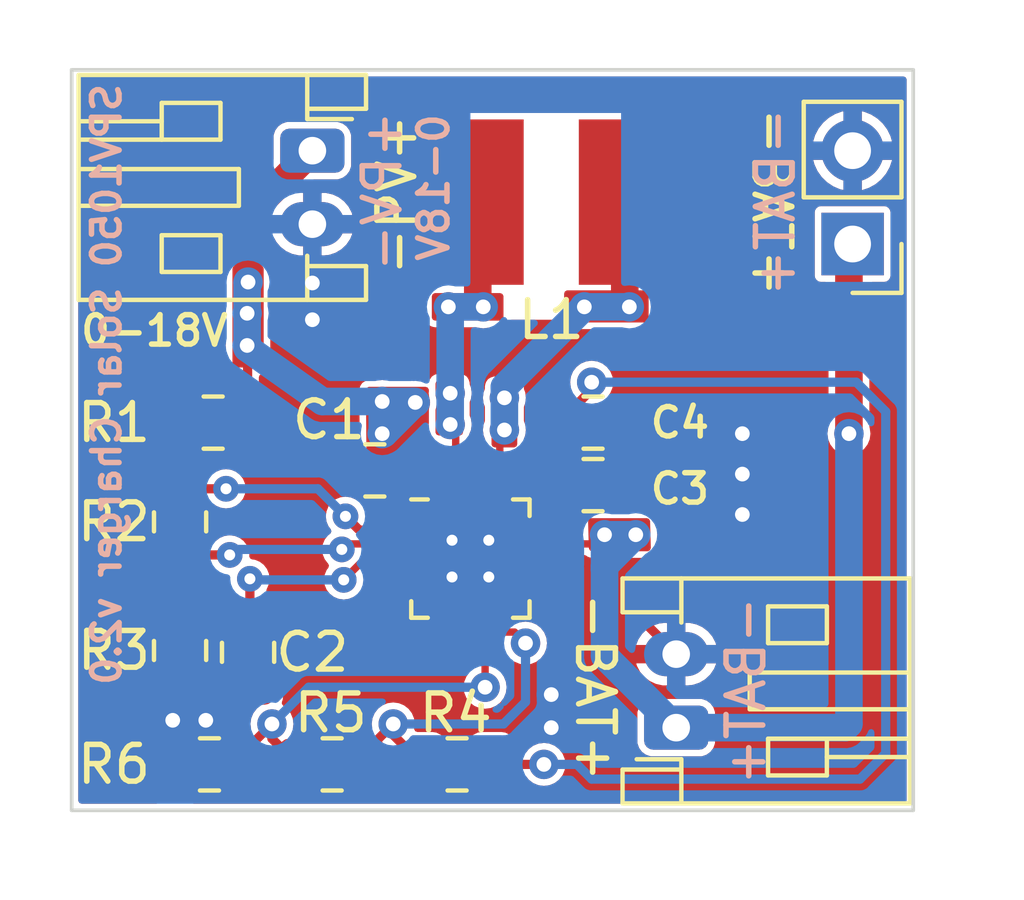
<source format=kicad_pcb>
(kicad_pcb (version 20211014) (generator pcbnew)
  (layers (0 "F.Cu" signal) (31 "B.Cu" signal) (34 "B.Paste" user) (35 "F.Paste" user) (36 "B.SilkS" user "B.Silkscreen") (37 "F.SilkS" user "F.Silkscreen") (38 "B.Mask" user) (39 "F.Mask" user) (44 "Edge.Cuts" user))
  (net 0 "")
  (net 1 "GND")
  (net 2 "/V_PV")
  (net 3 "Net-(C2-Pad1)")
  (net 4 "Net-(C3-Pad1)")
  (net 5 "/BAT")
  (net 6 "Net-(L1-Pad1)")
  (net 7 "Net-(L1-Pad2)")
  (net 8 "Net-(R1-Pad2)")
  (net 9 "Net-(R2-Pad2)")
  (net 10 "Net-(R4-Pad2)")
  (net 11 "Net-(R5-Pad2)")
  (net 12 "Net-(U1-Pad12)")
  (net 13 "Net-(U1-Pad11)")
  (net 14 "Net-(U1-Pad8)")
  (net 15 "Net-(U1-Pad7)")
  (footprint "Capacitor_SMD:C_0805_2012Metric" (layer "F.Cu") (at 123.2 88.3 180)
    (fp_text reference "C1" (at 1.25 1.375) (layer "F.SilkS"))
    (fp_text value "4.7uF")
    (fp_line (start -0.258578 0.71) (end 0.258578 0.71) (layer "F.SilkS") (width 0.12))
    (fp_line (start -0.258578 -0.71) (end 0.258578 -0.71) (layer "F.SilkS") (width 0.12))
    (pad "1" smd roundrect locked (at -0.9375 0 180) (size 0.975 1.4) (layers "F.Cu" "F.Paste" "F.Mask") (net 2 "/V_PV"))
    (pad "2" smd roundrect locked (at 0.9375 0 180) (size 0.975 1.4) (layers "F.Cu" "F.Paste" "F.Mask") (net 1 "GND"))
  )
  (footprint "Capacitor_SMD:C_0805_2012Metric" (layer "F.Cu") (at 119.75 93.25 -90)
    (fp_text reference "C2" (at 0 -1.75 180) (layer "F.SilkS"))
    (fp_text value "10nF")
    (fp_line (start -0.258578 -0.71) (end 0.258578 -0.71) (layer "F.SilkS") (width 0.12))
    (fp_line (start -0.258578 0.71) (end 0.258578 0.71) (layer "F.SilkS") (width 0.12))
    (pad "1" smd roundrect locked (at -0.9375 0 270) (size 0.975 1.4) (layers "F.Cu" "F.Paste" "F.Mask") (net 3 "Net-(C2-Pad1)"))
    (pad "2" smd roundrect locked (at 0.9375 0 270) (size 0.975 1.4) (layers "F.Cu" "F.Paste" "F.Mask") (net 1 "GND"))
  )
  (footprint "Capacitor_SMD:C_0805_2012Metric" (layer "F.Cu") (at 129.1375 87)
    (fp_text reference "C4" (at 2.3625 0 180) (layer "F.SilkS") (effects (font (size 0.8 0.8))))
    (fp_text value "47uF")
    (fp_line (start -0.258578 -0.71) (end 0.258578 -0.71) (layer "F.SilkS") (width 0.12))
    (fp_line (start -0.258578 0.71) (end 0.258578 0.71) (layer "F.SilkS") (width 0.12))
    (pad "1" smd roundrect locked (at -0.9375 0) (size 0.975 1.4) (layers "F.Cu" "F.Paste" "F.Mask") (net 4 "Net-(C3-Pad1)"))
    (pad "2" smd roundrect locked (at 0.9375 0) (size 0.975 1.4) (layers "F.Cu" "F.Paste" "F.Mask") (net 1 "GND"))
  )
  (footprint "Connector_JST:JST_PH_S2B-PH-K_1x02_P2.00mm_Horizontal" (layer "F.Cu") (at 131.4 95.3 90)
    (fp_text reference "J2" hide)
    (fp_text value "Conn_01x02")
    (fp_line (start 3.14 0.14) (end 2.86 0.14) (layer "F.SilkS") (width 0.12))
    (fp_line (start -0.86 0.14) (end -0.86 -1.075) (layer "F.SilkS") (width 0.12))
    (fp_line (start -0.3 4.1) (end -0.3 2.5) (layer "F.SilkS") (width 0.12))
    (fp_line (start 4.06 0.14) (end 3.14 0.14) (layer "F.SilkS") (width 0.12))
    (fp_line (start -0.8 4.1) (end -0.8 6.36) (layer "F.SilkS") (width 0.12))
    (fp_line (start -2.06 -1.46) (end -2.06 6.36) (layer "F.SilkS") (width 0.12))
    (fp_line (start -2.06 0.14) (end -1.14 0.14) (layer "F.SilkS") (width 0.12))
    (fp_line (start -1.3 4.1) (end -0.3 4.1) (layer "F.SilkS") (width 0.12))
    (fp_line (start -2.06 6.36) (end 4.06 6.36) (layer "F.SilkS") (width 0.12))
    (fp_line (start -0.86 0.14) (end -1.14 0.14) (layer "F.SilkS") (width 0.12))
    (fp_line (start 2.3 4.1) (end 2.3 2.5) (layer "F.SilkS") (width 0.12))
    (fp_line (start 2.3 2.5) (end 3.3 2.5) (layer "F.SilkS") (width 0.12))
    (fp_line (start -0.3 2.5) (end -1.3 2.5) (layer "F.SilkS") (width 0.12))
    (fp_line (start 3.3 4.1) (end 2.3 4.1) (layer "F.SilkS") (width 0.12))
    (fp_line (start 3.14 -1.46) (end 3.14 0.14) (layer "F.SilkS") (width 0.12))
    (fp_line (start -1.14 0.14) (end -1.14 -1.46) (layer "F.SilkS") (width 0.12))
    (fp_line (start 3.3 2.5) (end 3.3 4.1) (layer "F.SilkS") (width 0.12))
    (fp_line (start 0.5 6.36) (end 0.5 2) (layer "F.SilkS") (width 0.12))
    (fp_line (start 0.5 2) (end 1.5 2) (layer "F.SilkS") (width 0.12))
    (fp_line (start -1.14 -1.46) (end -2.06 -1.46) (layer "F.SilkS") (width 0.12))
    (fp_line (start 1.5 2) (end 1.5 6.36) (layer "F.SilkS") (width 0.12))
    (fp_line (start 4.06 6.36) (end 4.06 -1.46) (layer "F.SilkS") (width 0.12))
    (fp_line (start -1.3 2.5) (end -1.3 4.1) (layer "F.SilkS") (width 0.12))
    (fp_line (start 4.06 -1.46) (end 3.14 -1.46) (layer "F.SilkS") (width 0.12))
    (fp_line (start -0.3 4.1) (end -0.3 6.36) (layer "F.SilkS") (width 0.12))
    (pad "1" thru_hole roundrect locked (at 0 0 90) (size 1.2 1.75) (drill 0.75) (layers *.Cu *.Mask) (roundrect_rratio 0.208333) (net 5 "/BAT"))
    (pad "2" thru_hole oval locked (at 2 0 90) (size 1.2 1.75) (drill 0.75) (layers *.Cu *.Mask) (net 1 "GND"))
  )
  (footprint "jouni:CD43" (layer "F.Cu") (at 128 81 90)
    (fp_text reference "L1" (at -3.2 0 180) (layer "F.SilkS"))
    (fp_text value "22uH")
    (pad "1" smd rect locked (at 0 -2 90) (size 4.5 2.5) (layers "F.Cu" "F.Paste" "F.Mask") (net 6 "Net-(L1-Pad1)"))
    (pad "2" smd rect locked (at 0 2 90) (size 4.5 2.5) (layers "F.Cu" "F.Paste" "F.Mask") (net 7 "Net-(L1-Pad2)"))
  )
  (footprint "Resistor_SMD:R_0805_2012Metric" (layer "F.Cu") (at 118.8 87 180)
    (fp_text reference "R1" (at 2.7 0) (layer "F.SilkS"))
    (fp_text value "10M")
    (fp_line (start -0.258578 0.71) (end 0.258578 0.71) (layer "F.SilkS") (width 0.12))
    (fp_line (start -0.258578 -0.71) (end 0.258578 -0.71) (layer "F.SilkS") (width 0.12))
    (pad "1" smd roundrect locked (at -0.9375 0 180) (size 0.975 1.4) (layers "F.Cu" "F.Paste" "F.Mask") (net 2 "/V_PV"))
    (pad "2" smd roundrect locked (at 0.9375 0 180) (size 0.975 1.4) (layers "F.Cu" "F.Paste" "F.Mask") (net 8 "Net-(R1-Pad2)"))
  )
  (footprint "Resistor_SMD:R_0805_2012Metric" (layer "F.Cu") (at 117.9 89.7 -90)
    (fp_text reference "R2" (at 0 1.8 180) (layer "F.SilkS"))
    (fp_text value "910k")
    (fp_line (start -0.258578 0.71) (end 0.258578 0.71) (layer "F.SilkS") (width 0.12))
    (fp_line (start -0.258578 -0.71) (end 0.258578 -0.71) (layer "F.SilkS") (width 0.12))
    (pad "1" smd roundrect locked (at -0.9375 0 270) (size 0.975 1.4) (layers "F.Cu" "F.Paste" "F.Mask") (net 8 "Net-(R1-Pad2)"))
    (pad "2" smd roundrect locked (at 0.9375 0 270) (size 0.975 1.4) (layers "F.Cu" "F.Paste" "F.Mask") (net 9 "Net-(R2-Pad2)"))
  )
  (footprint "Resistor_SMD:R_0805_2012Metric" (layer "F.Cu") (at 117.9 93.2 -90)
    (fp_text reference "R3" (at 0 1.8 180) (layer "F.SilkS"))
    (fp_text value "5M6")
    (fp_line (start -0.258578 -0.71) (end 0.258578 -0.71) (layer "F.SilkS") (width 0.12))
    (fp_line (start -0.258578 0.71) (end 0.258578 0.71) (layer "F.SilkS") (width 0.12))
    (pad "1" smd roundrect locked (at -0.9375 0 270) (size 0.975 1.4) (layers "F.Cu" "F.Paste" "F.Mask") (net 9 "Net-(R2-Pad2)"))
    (pad "2" smd roundrect locked (at 0.9375 0 270) (size 0.975 1.4) (layers "F.Cu" "F.Paste" "F.Mask") (net 1 "GND"))
  )
  (footprint "Resistor_SMD:R_0805_2012Metric" (layer "F.Cu") (at 125.4375 96.3 180)
    (fp_text reference "R4" (at 0.0375 1.4) (layer "F.SilkS"))
    (fp_text value "6M8")
    (fp_line (start -0.258578 -0.71) (end 0.258578 -0.71) (layer "F.SilkS") (width 0.12))
    (fp_line (start -0.258578 0.71) (end 0.258578 0.71) (layer "F.SilkS") (width 0.12))
    (pad "1" smd roundrect locked (at -0.9375 0 180) (size 0.975 1.4) (layers "F.Cu" "F.Paste" "F.Mask") (net 4 "Net-(C3-Pad1)"))
    (pad "2" smd roundrect locked (at 0.9375 0 180) (size 0.975 1.4) (layers "F.Cu" "F.Paste" "F.Mask") (net 10 "Net-(R4-Pad2)"))
  )
  (footprint "Resistor_SMD:R_0805_2012Metric" (layer "F.Cu") (at 122.0375 96.3 180)
    (fp_text reference "R5" (at 0.0375 1.4) (layer "F.SilkS"))
    (fp_text value "510k")
    (fp_line (start -0.258578 -0.71) (end 0.258578 -0.71) (layer "F.SilkS") (width 0.12))
    (fp_line (start -0.258578 0.71) (end 0.258578 0.71) (layer "F.SilkS") (width 0.12))
    (pad "1" smd roundrect locked (at -0.9375 0 180) (size 0.975 1.4) (layers "F.Cu" "F.Paste" "F.Mask") (net 10 "Net-(R4-Pad2)"))
    (pad "2" smd roundrect locked (at 0.9375 0 180) (size 0.975 1.4) (layers "F.Cu" "F.Paste" "F.Mask") (net 11 "Net-(R5-Pad2)"))
  )
  (footprint "Resistor_SMD:R_0805_2012Metric" (layer "F.Cu") (at 118.7 96.3 180)
    (fp_text reference "R6" (at 2.6 0) (layer "F.SilkS"))
    (fp_text value "3M")
    (fp_line (start -0.258578 0.71) (end 0.258578 0.71) (layer "F.SilkS") (width 0.12))
    (fp_line (start -0.258578 -0.71) (end 0.258578 -0.71) (layer "F.SilkS") (width 0.12))
    (pad "1" smd roundrect locked (at -0.9375 0 180) (size 0.975 1.4) (layers "F.Cu" "F.Paste" "F.Mask") (net 11 "Net-(R5-Pad2)"))
    (pad "2" smd roundrect locked (at 0.9375 0 180) (size 0.975 1.4) (layers "F.Cu" "F.Paste" "F.Mask") (net 1 "GND"))
  )
  (footprint "Connector_JST:JST_PH_S2B-PH-K_1x02_P2.00mm_Horizontal" (layer "F.Cu") (at 121.5 79.6 -90)
    (fp_text reference "J1" hide)
    (fp_text value "Conn_01x02")
    (fp_line (start -1.3 4.1) (end -0.3 4.1) (layer "F.SilkS") (width 0.12))
    (fp_line (start -0.3 2.5) (end -1.3 2.5) (layer "F.SilkS") (width 0.12))
    (fp_line (start -1.14 -1.46) (end -2.06 -1.46) (layer "F.SilkS") (width 0.12))
    (fp_line (start -2.06 -1.46) (end -2.06 6.36) (layer "F.SilkS") (width 0.12))
    (fp_line (start -0.8 4.1) (end -0.8 6.36) (layer "F.SilkS") (width 0.12))
    (fp_line (start 4.06 0.14) (end 3.14 0.14) (layer "F.SilkS") (width 0.12))
    (fp_line (start 3.3 4.1) (end 2.3 4.1) (layer "F.SilkS") (width 0.12))
    (fp_line (start 1.5 2) (end 1.5 6.36) (layer "F.SilkS") (width 0.12))
    (fp_line (start 2.3 2.5) (end 3.3 2.5) (layer "F.SilkS") (width 0.12))
    (fp_line (start -0.3 4.1) (end -0.3 6.36) (layer "F.SilkS") (width 0.12))
    (fp_line (start -0.3 4.1) (end -0.3 2.5) (layer "F.SilkS") (width 0.12))
    (fp_line (start -2.06 0.14) (end -1.14 0.14) (layer "F.SilkS") (width 0.12))
    (fp_line (start 2.3 4.1) (end 2.3 2.5) (layer "F.SilkS") (width 0.12))
    (fp_line (start -1.3 2.5) (end -1.3 4.1) (layer "F.SilkS") (width 0.12))
    (fp_line (start -0.86 0.14) (end -0.86 -1.075) (layer "F.SilkS") (width 0.12))
    (fp_line (start 3.3 2.5) (end 3.3 4.1) (layer "F.SilkS") (width 0.12))
    (fp_line (start 4.06 -1.46) (end 3.14 -1.46) (layer "F.SilkS") (width 0.12))
    (fp_line (start 0.5 6.36) (end 0.5 2) (layer "F.SilkS") (width 0.12))
    (fp_line (start -0.86 0.14) (end -1.14 0.14) (layer "F.SilkS") (width 0.12))
    (fp_line (start 4.06 6.36) (end 4.06 -1.46) (layer "F.SilkS") (width 0.12))
    (fp_line (start -2.06 6.36) (end 4.06 6.36) (layer "F.SilkS") (width 0.12))
    (fp_line (start -1.14 0.14) (end -1.14 -1.46) (layer "F.SilkS") (width 0.12))
    (fp_line (start 3.14 -1.46) (end 3.14 0.14) (layer "F.SilkS") (width 0.12))
    (fp_line (start 0.5 2) (end 1.5 2) (layer "F.SilkS") (width 0.12))
    (fp_line (start 3.14 0.14) (end 2.86 0.14) (layer "F.SilkS") (width 0.12))
    (pad "1" thru_hole roundrect locked (at 0 0 270) (size 1.2 1.75) (drill 0.75) (layers *.Cu *.Mask) (roundrect_rratio 0.208333) (net 2 "/V_PV"))
    (pad "2" thru_hole oval locked (at 2 0 270) (size 1.2 1.75) (drill 0.75) (layers *.Cu *.Mask) (net 1 "GND"))
  )
  (footprint "jouni:UQFN-20-1EP_3x3mm_P0.4mm_EP1.85x1.85mm_handsolder" (layer "F.Cu") (at 125.8 90.7)
    (fp_text reference "U1" hide)
    (fp_text value "SPV1050")
    (fp_line (start -1.16 1.61) (end -1.61 1.61) (layer "F.SilkS") (width 0.12))
    (fp_line (start -1.16 -1.61) (end -1.61 -1.61) (layer "F.SilkS") (width 0.12))
    (fp_line (start -1.61 1.61) (end -1.61 1.16) (layer "F.SilkS") (width 0.12))
    (fp_line (start 1.61 -1.61) (end 1.61 -1.16) (layer "F.SilkS") (width 0.12))
    (fp_line (start 1.61 1.61) (end 1.61 1.16) (layer "F.SilkS") (width 0.12))
    (fp_line (start 1.16 1.61) (end 1.61 1.61) (layer "F.SilkS") (width 0.12))
    (fp_line (start 1.16 -1.61) (end 1.61 -1.61) (layer "F.SilkS") (width 0.12))
    (pad "1" smd roundrect locked (at -2 -0.8) (size 1.725 0.2) (layers "F.Cu" "F.Paste" "F.Mask") (net 8 "Net-(R1-Pad2)"))
    (pad "2" smd roundrect locked (at -2 -0.4) (size 1.725 0.2) (layers "F.Cu" "F.Paste" "F.Mask") (net 9 "Net-(R2-Pad2)"))
    (pad "3" smd roundrect locked (at -2 0) (size 1.725 0.2) (layers "F.Cu" "F.Paste" "F.Mask") (net 3 "Net-(C2-Pad1)"))
    (pad "4" smd roundrect locked (at -2 0.4) (size 1.725 0.2) (layers "F.Cu" "F.Paste" "F.Mask") (net 1 "GND"))
    (pad "5" smd roundrect locked (at -2 0.8) (size 1.725 0.2) (layers "F.Cu" "F.Paste" "F.Mask") (net 1 "GND"))
    (pad "6" smd roundrect locked (at -0.8 2) (size 0.2 1.725) (layers "F.Cu" "F.Paste" "F.Mask") (net 1 "GND"))
    (pad "7" smd roundrect locked (at -0.4 2) (size 0.2 1.725) (layers "F.Cu" "F.Paste" "F.Mask") (net 15 "Net-(U1-Pad7)"))
    (pad "8" smd roundrect locked (at 0 2) (size 0.2 1.725) (layers "F.Cu" "F.Paste" "F.Mask") (net 14 "Net-(U1-Pad8)"))
    (pad "9" smd roundrect locked (at 0.4 2) (size 0.2 1.725) (layers "F.Cu" "F.Paste" "F.Mask") (net 11 "Net-(R5-Pad2)"))
    (pad "10" smd roundrect locked (at 0.8 2) (size 0.2 1.725) (layers "F.Cu" "F.Paste" "F.Mask") (net 10 "Net-(R4-Pad2)"))
    (pad "11" smd roundrect locked (at 2 0.8) (size 1.725 0.2) (layers "F.Cu" "F.Paste" "F.Mask") (net 13 "Net-(U1-Pad11)"))
    (pad "12" smd roundrect locked (at 2 0.4) (size 1.725 0.2) (layers "F.Cu" "F.Paste" "F.Mask") (net 12 "Net-(U1-Pad12)"))
    (pad "13" smd roundrect locked (at 2 0) (size 1.725 0.2) (layers "F.Cu" "F.Paste" "F.Mask") (net 1 "GND"))
    (pad "14" smd roundrect locked (at 2 -0.4) (size 1.725 0.2) (layers "F.Cu" "F.Paste" "F.Mask") (net 5 "/BAT"))
    (pad "15" smd roundrect locked (at 2 -0.8) (size 1.725 0.2) (layers "F.Cu" "F.Paste" "F.Mask") (net 4 "Net-(C3-Pad1)"))
    (pad "16" smd roundrect locked (at 0.8 -2) (size 0.2 1.725) (layers "F.Cu" "F.Paste" "F.Mask") (net 7 "Net-(L1-Pad2)"))
    (pad "17" smd roundrect locked (at 0.4 -2) (size 0.2 1.725) (layers "F.Cu" "F.Paste" "F.Mask") (net 1 "GND"))
    (pad "18" smd roundrect locked (at 0 -2) (size 0.2 1.725) (layers "F.Cu" "F.Paste" "F.Mask") (net 1 "GND"))
    (pad "19" smd roundrect locked (at -0.4 -2) (size 0.2 1.725) (layers "F.Cu" "F.Paste" "F.Mask") (net 6 "Net-(L1-Pad1)"))
    (pad "20" smd roundrect locked (at -0.8 -2) (size 0.2 1.725) (layers "F.Cu" "F.Paste" "F.Mask") (net 2 "/V_PV"))
    (pad "21" smd rect locked (at 0 0) (size 1.85 1.85) (layers "F.Cu" "F.Mask") (net 1 "GND"))
  )
  (footprint "Capacitor_SMD:C_0805_2012Metric" (layer "F.Cu") (at 129.1375 88.7)
    (fp_text reference "C3" (at 2.3625 0.1 180) (layer "F.SilkS") (effects (font (size 0.8 0.8))))
    (fp_text value "47uF")
    (fp_line (start -0.258578 0.71) (end 0.258578 0.71) (layer "F.SilkS") (width 0.12))
    (fp_line (start -0.258578 -0.71) (end 0.258578 -0.71) (layer "F.SilkS") (width 0.12))
    (pad "1" smd roundrect locked (at -0.9375 0) (size 0.975 1.4) (layers "F.Cu" "F.Paste" "F.Mask") (net 4 "Net-(C3-Pad1)"))
    (pad "2" smd roundrect locked (at 0.9375 0) (size 0.975 1.4) (layers "F.Cu" "F.Paste" "F.Mask") (net 1 "GND"))
  )
  (footprint "Connector_PinHeader_2.54mm:PinHeader_1x02_P2.54mm_Vertical" (layer "F.Cu") (at 136.2 82.14 180)
    (fp_text reference "J3" hide)
    (fp_text value "Conn_01x02")
    (fp_line (start -1.33 1.27) (end -1.33 3.87) (layer "F.SilkS") (width 0.12))
    (fp_line (start -1.33 0) (end -1.33 -1.33) (layer "F.SilkS") (width 0.12))
    (fp_line (start -1.33 1.27) (end 1.33 1.27) (layer "F.SilkS") (width 0.12))
    (fp_line (start -1.33 -1.33) (end 0 -1.33) (layer "F.SilkS") (width 0.12))
    (fp_line (start 1.33 1.27) (end 1.33 3.87) (layer "F.SilkS") (width 0.12))
    (fp_line (start -1.33 3.87) (end 1.33 3.87) (layer "F.SilkS") (width 0.12))
    (pad "1" thru_hole rect locked (at 0 0 180) (size 1.7 1.7) (drill 1) (layers *.Cu *.Mask) (net 5 "/BAT"))
    (pad "2" thru_hole oval locked (at 0 2.54 180) (size 1.7 1.7) (drill 1) (layers *.Cu *.Mask) (net 1 "GND"))
  )
  (gr_line (start 114.95 77.4) (end 137.85 77.4) (layer "Edge.Cuts") (width 0.1))
  (gr_line (start 137.85 77.4) (end 137.85 97.55) (layer "Edge.Cuts") (width 0.1))
  (gr_line (start 114.95 97.55) (end 114.95 77.4) (layer "Edge.Cuts") (width 0.1))
  (gr_line (start 137.85 97.55) (end 114.95 97.55) (layer "Edge.Cuts") (width 0.1))
  (gr_text "SPV1050 Solar Charger v2.0" (at 115.9 77.7 90) (layer "B.SilkS") (effects (font (size 0.75 0.75)) (justify left mirror)))
  (gr_text "-BAT+" (at 134.1 81 90) (layer "B.SilkS") (effects (font (size 1 1)) (justify mirror)))
  (gr_text "-BAT+" (at 133.3 94.3 90) (layer "B.SilkS") (effects (font (size 1 1)) (justify mirror)))
  (gr_text "+PV-" (at 123.4 80.7 90) (layer "B.SilkS") (effects (font (size 1 1)) (justify mirror)))
  (gr_text "0-18V" (at 124.8 80.6 90) (layer "B.SilkS") (effects (font (size 0.8 0.8)) (justify mirror)))
  (gr_text "-BAT+" (at 129.2 94.2 270) (layer "F.SilkS") (effects (font (size 1 1))))
  (gr_text "-BAT+" (at 134 81 270) (layer "F.SilkS") (effects (font (size 1 1))))
  (gr_text "0-18V" (at 117.2 84.5) (layer "F.SilkS") (effects (font (size 0.8 0.8))))
  (gr_text "-PV+" (at 123.8 80.8 90) (layer "F.SilkS") (effects (font (size 1 1))))
  (segment (start 127.8 90.7) (end 128.8 90.7) (width 0.2) (layer "F.Cu") (net 1))
  (segment (start 128.8 90.7) (end 131.4 93.3) (width 0.25) (layer "F.Cu") (net 1))
  (via (at 125.3 91.2) (size 0.7) (drill 0.3) (layers "F.Cu" "B.Cu") (net 1))
  (via (at 126.3 90.2) (size 0.7) (drill 0.3) (layers "F.Cu" "B.Cu") (net 1))
  (via (at 126.3 91.2) (size 0.7) (drill 0.3) (layers "F.Cu" "B.Cu") (net 1))
  (via (at 125.3 90.2) (size 0.7) (drill 0.3) (layers "F.Cu" "B.Cu") (net 1))
  (via (at 128 95.3) (size 0.8) (drill 0.4) (layers "F.Cu" "B.Cu") (net 1))
  (via (at 133.2 88.4) (size 0.8) (drill 0.4) (layers "F.Cu" "B.Cu") (net 1))
  (via (at 128 94.4) (size 0.8) (drill 0.4) (layers "F.Cu" "B.Cu") (net 1))
  (via (at 118.6 95.1) (size 0.8) (drill 0.4) (layers "F.Cu" "B.Cu") (net 1))
  (via (at 121.5 83.2) (size 0.8) (drill 0.4) (layers "F.Cu" "B.Cu") (net 1))
  (via (at 121.5 84.2) (size 0.8) (drill 0.4) (layers "F.Cu" "B.Cu") (net 1))
  (via (at 117.7 95.1) (size 0.8) (drill 0.4) (layers "F.Cu" "B.Cu") (net 1))
  (via (at 133.2 89.5) (size 0.8) (drill 0.4) (layers "F.Cu" "B.Cu") (net 1))
  (via (at 133.2 87.3) (size 0.8) (drill 0.4) (layers "F.Cu" "B.Cu") (net 1))
  (segment (start 119.75 81.35) (end 121.5 79.6) (width 0.75) (layer "F.Cu") (net 2))
  (segment (start 119.7375 84.9125) (end 119.725 84.9) (width 0.25) (layer "F.Cu") (net 2))
  (segment (start 119.7375 87) (end 119.7375 84.9125) (width 0.25) (layer "F.Cu") (net 2))
  (segment (start 119.75 83.175) (end 119.75 81.35) (width 0.75) (layer "F.Cu") (net 2))
  (via (at 119.725 84.025) (size 0.8) (drill 0.4) (layers "F.Cu" "B.Cu") (net 2))
  (via (at 123.4 86.425) (size 0.8) (drill 0.4) (layers "F.Cu" "B.Cu") (net 2))
  (via (at 119.725 84.9) (size 0.8) (drill 0.4) (layers "F.Cu" "B.Cu") (net 2))
  (via (at 124.3 86.45) (size 0.8) (drill 0.4) (layers "F.Cu" "B.Cu") (net 2))
  (via (at 119.75 83.175) (size 0.8) (drill 0.4) (layers "F.Cu" "B.Cu") (net 2))
  (via (at 123.4 87.3) (size 0.8) (drill 0.4) (layers "F.Cu" "B.Cu") (net 2))
  (segment (start 119.725 84.025) (end 119.725 83.2) (width 0.75) (layer "B.Cu") (net 2))
  (segment (start 119.725 84.9) (end 119.725 84.025) (width 0.75) (layer "B.Cu") (net 2))
  (segment (start 124.225 86.425) (end 123.4 86.425) (width 0.75) (layer "B.Cu") (net 2))
  (segment (start 119.725 84.975) (end 119.725 84.9) (width 0.75) (layer "B.Cu") (net 2))
  (segment (start 124.25 86.45) (end 124.225 86.425) (width 0.75) (layer "B.Cu") (net 2))
  (segment (start 123.4 87.3) (end 123.45 87.3) (width 0.75) (layer "B.Cu") (net 2))
  (segment (start 123.4 87.3) (end 123.4 86.425) (width 0.75) (layer "B.Cu") (net 2))
  (segment (start 119.725 83.2) (end 119.75 83.175) (width 0.75) (layer "B.Cu") (net 2))
  (segment (start 123.4 86.425) (end 121.775 86.425) (width 0.75) (layer "B.Cu") (net 2))
  (segment (start 121.775 86.425) (end 119.725 84.975) (width 0.75) (layer "B.Cu") (net 2))
  (segment (start 124.3 86.45) (end 124.25 86.45) (width 0.75) (layer "B.Cu") (net 2))
  (segment (start 123.45 87.3) (end 124.3 86.45) (width 0.75) (layer "B.Cu") (net 2))
  (segment (start 119.8 92.2625) (end 119.75 92.3125) (width 0.25) (layer "F.Cu") (net 3))
  (segment (start 122.351774 91.254376) (end 122.351774 91.278386) (width 0.25) (layer "F.Cu") (net 3))
  (segment (start 122.93016 90.7) (end 122.351774 91.278386) (width 0.2) (layer "F.Cu") (net 3))
  (segment (start 119.8 91.25) (end 119.8 92.2625) (width 0.25) (layer "F.Cu") (net 3))
  (segment (start 123.8 90.7) (end 122.93016 90.7) (width 0.2) (layer "F.Cu") (net 3))
  (via (at 119.8 91.25) (size 0.7) (drill 0.3) (layers "F.Cu" "B.Cu") (net 3))
  (via (at 122.351774 91.278386) (size 0.7) (drill 0.3) (layers "F.Cu" "B.Cu") (net 3))
  (segment (start 122.351774 91.278386) (end 119.828386 91.278386) (width 0.25) (layer "B.Cu") (net 3))
  (segment (start 119.828386 91.278386) (end 119.8 91.25) (width 0.25) (layer "B.Cu") (net 3))
  (segment (start 126.375 96.3) (end 127.8 96.3) (width 0.25) (layer "F.Cu") (net 4))
  (segment (start 128.2 88.7) (end 128.2 86.8) (width 1) (layer "F.Cu") (net 4))
  (segment (start 129.1 86.1) (end 128.2 87) (width 0.25) (layer "F.Cu") (net 4))
  (segment (start 128.2 88.7) (end 127.714473 89.185527) (width 0.5) (layer "F.Cu") (net 4))
  (segment (start 127.714473 89.185527) (end 127.714473 89.714473) (width 0.5) (layer "F.Cu") (net 4))
  (segment (start 127.74999 89.74999) (end 127.8 89.74999) (width 0.5) (layer "F.Cu") (net 4))
  (segment (start 129.1 85.9) (end 129.1 86.1) (width 0.25) (layer "F.Cu") (net 4))
  (segment (start 127.714473 89.714473) (end 127.74999 89.74999) (width 0.5) (layer "F.Cu") (net 4))
  (via (at 129.1 85.9) (size 0.8) (drill 0.4) (layers "F.Cu" "B.Cu") (net 4))
  (via (at 127.8 96.3) (size 0.8) (drill 0.4) (layers "F.Cu" "B.Cu") (net 4))
  (segment (start 137.1 86.7) (end 136.3 85.9) (width 0.25) (layer "B.Cu") (net 4))
  (segment (start 136.3 85.9) (end 129.1 85.9) (width 0.25) (layer "B.Cu") (net 4))
  (segment (start 128.7 96.3) (end 129.1 96.7) (width 0.25) (layer "B.Cu") (net 4))
  (segment (start 136.4 96.7) (end 137.1 96) (width 0.25) (layer "B.Cu") (net 4))
  (segment (start 129.1 96.7) (end 136.4 96.7) (width 0.25) (layer "B.Cu") (net 4))
  (segment (start 137.1 96) (end 137.1 86.7) (width 0.25) (layer "B.Cu") (net 4))
  (segment (start 127.8 96.3) (end 128.7 96.3) (width 0.25) (layer "B.Cu") (net 4))
  (segment (start 136.1 87.3) (end 136.1 82.24) (width 0.75) (layer "F.Cu") (net 5))
  (segment (start 129.2 90.3) (end 129.45 90.05) (width 0.2) (layer "F.Cu") (net 5))
  (segment (start 127.8 90.3) (end 129.2 90.3) (width 0.2) (layer "F.Cu") (net 5))
  (segment (start 129.6 90.3) (end 129.7 90.2) (width 0.25) (layer "F.Cu") (net 5))
  (segment (start 136.1 82.24) (end 136.2 82.14) (width 0.75) (layer "F.Cu") (net 5))
  (via (at 130.3 90.05) (size 0.8) (drill 0.4) (layers "F.Cu" "B.Cu") (net 5))
  (via (at 129.45 90.05) (size 0.8) (drill 0.4) (layers "F.Cu" "B.Cu") (net 5))
  (via (at 136.1 87.3) (size 0.8) (drill 0.4) (layers "F.Cu" "B.Cu") (net 5))
  (segment (start 129.45 90.9) (end 129.45 91) (width 0.75) (layer "B.Cu") (net 5))
  (segment (start 136 95.3) (end 136.1 95.2) (width 0.75) (layer "B.Cu") (net 5))
  (segment (start 131.4 95.3) (end 136 95.3) (width 0.75) (layer "B.Cu") (net 5))
  (segment (start 136.1 95.2) (end 136.1 87.3) (width 0.75) (layer "B.Cu") (net 5))
  (segment (start 129.45 90.05) (end 129.45 91) (width 0.75) (layer "B.Cu") (net 5))
  (segment (start 129.45 91) (end 129.45 93.35) (width 0.75) (layer "B.Cu") (net 5))
  (segment (start 129.45 93.35) (end 131.4 95.3) (width 0.75) (layer "B.Cu") (net 5))
  (segment (start 130.3 90.05) (end 129.45 90.9) (width 0.75) (layer "B.Cu") (net 5))
  (segment (start 129.45 90.05) (end 130.3 90.05) (width 0.75) (layer "B.Cu") (net 5))
  (segment (start 125.4 87.2) (end 125.25 87.05) (width 0.2) (layer "F.Cu") (net 6))
  (segment (start 126 81) (end 126 83.6) (width 0.75) (layer "F.Cu") (net 6))
  (segment (start 125.4 88.7) (end 125.4 87.2) (width 0.2) (layer "F.Cu") (net 6))
  (segment (start 125.4 87.25) (end 125.3 87.15) (width 0.25) (layer "F.Cu") (net 6))
  (via (at 126.15 83.85) (size 0.8) (drill 0.4) (layers "F.Cu" "B.Cu") (net 6))
  (via (at 125.25 87.05) (size 0.8) (drill 0.4) (layers "F.Cu" "B.Cu") (net 6))
  (via (at 125.2 83.85) (size 0.8) (drill 0.4) (layers "F.Cu" "B.Cu") (net 6))
  (via (at 125.25 86.2) (size 0.8) (drill 0.4) (layers "F.Cu" "B.Cu") (net 6))
  (segment (start 125.25 86.2) (end 125.25 83.9) (width 0.75) (layer "B.Cu") (net 6))
  (segment (start 125.2 83.85) (end 126.15 83.85) (width 0.75) (layer "B.Cu") (net 6))
  (segment (start 125.25 83.9) (end 125.2 83.85) (width 0.75) (layer "B.Cu") (net 6))
  (segment (start 125.25 87.05) (end 125.25 86.2) (width 0.75) (layer "B.Cu") (net 6))
  (segment (start 126.6 87.325) (end 126.725 87.2) (width 0.2) (layer "F.Cu") (net 7))
  (segment (start 130 81) (end 130 83.5) (width 0.75) (layer "F.Cu") (net 7))
  (segment (start 126.6 88.7) (end 126.6 87.325) (width 0.2) (layer "F.Cu") (net 7))
  (segment (start 126.6 87.55) (end 126.6 87.5) (width 0.25) (layer "F.Cu") (net 7))
  (segment (start 126.6 87.5) (end 126.8 87.3) (width 0.25) (layer "F.Cu") (net 7))
  (via (at 126.725 86.325) (size 0.8) (drill 0.4) (layers "F.Cu" "B.Cu") (net 7))
  (via (at 126.725 87.2) (size 0.8) (drill 0.4) (layers "F.Cu" "B.Cu") (net 7))
  (via (at 130.125 83.85) (size 0.8) (drill 0.4) (layers "F.Cu" "B.Cu") (net 7))
  (via (at 128.9 83.85) (size 0.8) (drill 0.4) (layers "F.Cu" "B.Cu") (net 7))
  (segment (start 126.725 86.325) (end 126.725 86.025) (width 0.75) (layer "B.Cu") (net 7))
  (segment (start 126.725 87.2) (end 126.725 86.325) (width 0.75) (layer "B.Cu") (net 7))
  (segment (start 126.725 86.025) (end 128.9 83.85) (width 0.75) (layer "B.Cu") (net 7))
  (segment (start 128.9 83.85) (end 130.125 83.85) (width 0.75) (layer "B.Cu") (net 7))
  (segment (start 123.8 89.9) (end 122.75 89.9) (width 0.2) (layer "F.Cu") (net 8))
  (segment (start 122.75 89.9) (end 122.4 89.55) (width 0.25) (layer "F.Cu") (net 8))
  (segment (start 117.9375 88.8) (end 117.9 88.7625) (width 0.25) (layer "F.Cu") (net 8))
  (segment (start 119.15 88.8) (end 117.9375 88.8) (width 0.25) (layer "F.Cu") (net 8))
  (segment (start 117.9 87.0375) (end 117.8625 87) (width 0.25) (layer "F.Cu") (net 8))
  (segment (start 117.9 88.7625) (end 117.9 87.0375) (width 0.25) (layer "F.Cu") (net 8))
  (via (at 119.15 88.8) (size 0.7) (drill 0.3) (layers "F.Cu" "B.Cu") (net 8))
  (via (at 122.4 89.55) (size 0.7) (drill 0.3) (layers "F.Cu" "B.Cu") (net 8))
  (segment (start 121.65 88.8) (end 119.15 88.8) (width 0.25) (layer "B.Cu") (net 8))
  (segment (start 122.4 89.55) (end 121.65 88.8) (width 0.25) (layer "B.Cu") (net 8))
  (segment (start 123.8 90.3) (end 122.45 90.3) (width 0.2) (layer "F.Cu") (net 9))
  (segment (start 122.45 90.3) (end 122.3 90.45) (width 0.2) (layer "F.Cu") (net 9))
  (segment (start 117.9 90.6375) (end 117.9 92.2625) (width 0.25) (layer "F.Cu") (net 9))
  (segment (start 117.9375 90.6) (end 117.9 90.6375) (width 0.25) (layer "F.Cu") (net 9))
  (segment (start 119.25 90.6) (end 117.9375 90.6) (width 0.25) (layer "F.Cu") (net 9))
  (via (at 119.25 90.6) (size 0.7) (drill 0.3) (layers "F.Cu" "B.Cu") (net 9))
  (via (at 122.3 90.45) (size 0.7) (drill 0.3) (layers "F.Cu" "B.Cu") (net 9))
  (segment (start 122.3 90.45) (end 119.4 90.45) (width 0.25) (layer "B.Cu") (net 9))
  (segment (start 119.4 90.45) (end 119.25 90.6) (width 0.25) (layer "B.Cu") (net 9))
  (segment (start 122.975 96.3) (end 122.975 95.925) (width 0.25) (layer "F.Cu") (net 10))
  (segment (start 124.5 96.3) (end 122.975 96.3) (width 0.25) (layer "F.Cu") (net 10))
  (segment (start 123.7 95.5) (end 124.5 96.3) (width 0.25) (layer "F.Cu") (net 10))
  (segment (start 123.7 95.2) (end 123.7 95.5) (width 0.25) (layer "F.Cu") (net 10))
  (segment (start 122.975 95.925) (end 123.7 95.2) (width 0.25) (layer "F.Cu") (net 10))
  (segment (start 127 92.7) (end 127.3 93) (width 0.2) (layer "F.Cu") (net 10))
  (segment (start 126.6 92.7) (end 127 92.7) (width 0.2) (layer "F.Cu") (net 10))
  (via (at 127.3 93) (size 0.8) (drill 0.4) (layers "F.Cu" "B.Cu") (net 10))
  (via (at 123.7 95.2) (size 0.8) (drill 0.4) (layers "F.Cu" "B.Cu") (net 10))
  (segment (start 126.7 95.2) (end 123.7 95.2) (width 0.25) (layer "B.Cu") (net 10))
  (segment (start 127.3 94.6) (end 126.7 95.2) (width 0.25) (layer "B.Cu") (net 10))
  (segment (start 127.3 93) (end 127.3 94.6) (width 0.25) (layer "B.Cu") (net 10))
  (segment (start 119.6375 96.3) (end 121.1 96.3) (width 0.25) (layer "F.Cu") (net 11))
  (segment (start 120.4 95.6) (end 121.1 96.3) (width 0.25) (layer "F.Cu") (net 11))
  (segment (start 119.6375 95.9625) (end 120.4 95.2) (width 0.25) (layer "F.Cu") (net 11))
  (segment (start 120.4 95.2) (end 120.4 95.6) (width 0.25) (layer "F.Cu") (net 11))
  (segment (start 119.6375 96.3) (end 119.6375 95.9625) (width 0.25) (layer "F.Cu") (net 11))
  (segment (start 126.2 92.7) (end 126.2 94.2) (width 0.2) (layer "F.Cu") (net 11))
  (via (at 120.4 95.2) (size 0.8) (drill 0.4) (layers "F.Cu" "B.Cu") (net 11))
  (via (at 126.2 94.2) (size 0.8) (drill 0.4) (layers "F.Cu" "B.Cu") (net 11))
  (segment (start 126.2 94.2) (end 121.4 94.2) (width 0.25) (layer "B.Cu") (net 11))
  (segment (start 121.4 94.2) (end 120.4 95.2) (width 0.25) (layer "B.Cu") (net 11))
  (zone (net 4) (net_name "Net-(C3-Pad1)") (layer "F.Cu") (priority 1) (connect_pads yes (clearance 0.18)) (min_thickness 0.18) (fill yes (thermal_gap 0.25) (thermal_bridge_width 0.25))
    (polygon (pts (xy 128.65 90) (xy 127.7 90) (xy 127.7 88.825) (xy 128.65 88.825)))
  )
  (zone (net 1) (net_name "GND") (layer "F.Cu") (connect_pads yes (clearance 0.18)) (min_thickness 0.18) (fill yes (thermal_gap 0.25) (thermal_bridge_width 0.25))
    (polygon (pts (xy 131.0375 89.44375) (xy 129.5625 89.45625) (xy 129.575 85.90625) (xy 131.05 85.89375)))
  )
  (zone (net 1) (net_name "GND") (layer "F.Cu") (connect_pads yes (clearance 0.18)) (min_thickness 0.18) (fill yes (thermal_gap 0.25) (thermal_bridge_width 0.25))
    (polygon (pts (xy 126.3 90.25) (xy 125.7 90.25) (xy 125.7 87.275) (xy 126.3 87.275)))
  )
  (zone (net 1) (net_name "GND") (layer "F.Cu") (connect_pads yes (clearance 0.18)) (min_thickness 0.18) (fill yes (thermal_gap 0.25) (thermal_bridge_width 0.25))
    (polygon (pts (xy 125.6 91.925) (xy 122.95 91.925) (xy 122.95 91) (xy 125.6 91)))
  )
  (zone (net 1) (net_name "GND") (layer "F.Cu") (connect_pads (clearance 0.18)) (min_thickness 0.18) (fill yes (thermal_gap 0.25) (thermal_bridge_width 0.5))
    (polygon (pts (xy 139 99) (xy 114 99) (xy 114 76.5) (xy 139 76.5)))
  )
  (zone (net 5) (net_name "/BAT") (layer "F.Cu") (priority 1) (connect_pads yes (clearance 0.18)) (min_thickness 0.18) (fill yes (thermal_gap 0.25) (thermal_bridge_width 0.25))
    (polygon (pts (xy 130.6875 89.6) (xy 130.7125 90.5) (xy 129.025 90.5) (xy 129 89.6)))
  )
  (zone (net 2) (net_name "/V_PV") (layer "F.Cu") (priority 1) (connect_pads yes (clearance 0.18)) (min_thickness 0.18) (fill yes (thermal_gap 0.25) (thermal_bridge_width 0.25))
    (polygon (pts (xy 119.325 85.498921) (xy 119.325 82.723921) (xy 120.175 82.723921) (xy 120.175 85.498921)))
  )
  (zone (net 2) (net_name "/V_PV") (layer "F.Cu") (priority 1) (connect_pads yes (clearance 0.18)) (min_thickness 0.18) (fill yes (thermal_gap 0.25) (thermal_bridge_width 0.25))
    (polygon (pts (xy 124.994418 86.025) (xy 125.019418 89) (xy 122.980582 89) (xy 122.955582 86.025)))
  )
  (zone (net 6) (net_name "Net-(L1-Pad1)") (layer "F.Cu") (priority 1) (connect_pads yes (clearance 0.18)) (min_thickness 0.18) (fill yes (thermal_gap 0.25) (thermal_bridge_width 0.25))
    (polygon (pts (xy 124.75 83.475) (xy 126.7 83.475) (xy 126.7 84.225) (xy 124.75 84.225)))
  )
  (zone (net 6) (net_name "Net-(L1-Pad1)") (layer "F.Cu") (priority 2) (connect_pads yes (clearance 0.18)) (min_thickness 0.18) (fill yes (thermal_gap 0.25) (thermal_bridge_width 0.25))
    (polygon (pts (xy 125.6 85.85) (xy 125.6 87.35) (xy 124.85 87.35) (xy 124.85 85.85)))
  )
  (zone (net 7) (net_name "Net-(L1-Pad2)") (layer "F.Cu") (priority 1) (connect_pads yes (clearance 0.18)) (min_thickness 0.18) (fill yes (thermal_gap 0.25) (thermal_bridge_width 0.25))
    (polygon (pts (xy 130.65 84.275) (xy 128.35 84.275) (xy 128.35 83.400001) (xy 130.65 83.4)))
  )
  (zone (net 7) (net_name "Net-(L1-Pad2)") (layer "F.Cu") (priority 1) (connect_pads yes (clearance 0.18)) (min_thickness 0.18) (fill yes (thermal_gap 0.25) (thermal_bridge_width 0.25))
    (polygon (pts (xy 127.075 87.675) (xy 126.375 87.675) (xy 126.375 85.925) (xy 127.075 85.925)))
  )
  (zone (net 1) (net_name "GND") (layer "F.Cu") (connect_pads yes (clearance 0.18)) (min_thickness 0.18) (fill yes (thermal_gap 0.25) (thermal_bridge_width 0.25))
    (polygon (pts (xy 122.9125 89.44375) (xy 121.4375 89.45625) (xy 121.4375 87.30625) (xy 122.9125 87.29375)))
  )
  (zone (net 1) (net_name "GND") (layer "F.Cu") (connect_pads yes (clearance 0.18)) (min_thickness 0.18) (fill yes (thermal_gap 0.508) (thermal_bridge_width 0.508))
    (polygon (pts (xy 129.9 89.4) (xy 129.1 89.4) (xy 129.1 86.5) (xy 129.9 86.5)))
  )
  (zone (net 0) (net_name "") (layers F&B.Cu) (connect_pads (clearance 0)) (min_thickness 0.254)
    (keepout (tracks allowed) (vias allowed) (pads allowed) (copperpour not_allowed) (footprints allowed))
    (fill (thermal_gap 0.508) (thermal_bridge_width 0.508))
    (polygon (pts (xy 129.9 83.3) (xy 128.2 83.3) (xy 128.2 84.2) (xy 126.8 84.2) (xy 126.8 83.3) (xy 125.8 83.3) (xy 125.8 78.575) (xy 129.9 78.575)))
  )
  (zone (net 1) (net_name "GND") (layer "B.Cu") (connect_pads (clearance 0.18)) (min_thickness 0.18) (fill yes (thermal_gap 0.25) (thermal_bridge_width 0.5))
    (polygon (pts (xy 140 100) (xy 113 100) (xy 113 75.5) (xy 140 75.5)))
  )
)
</source>
